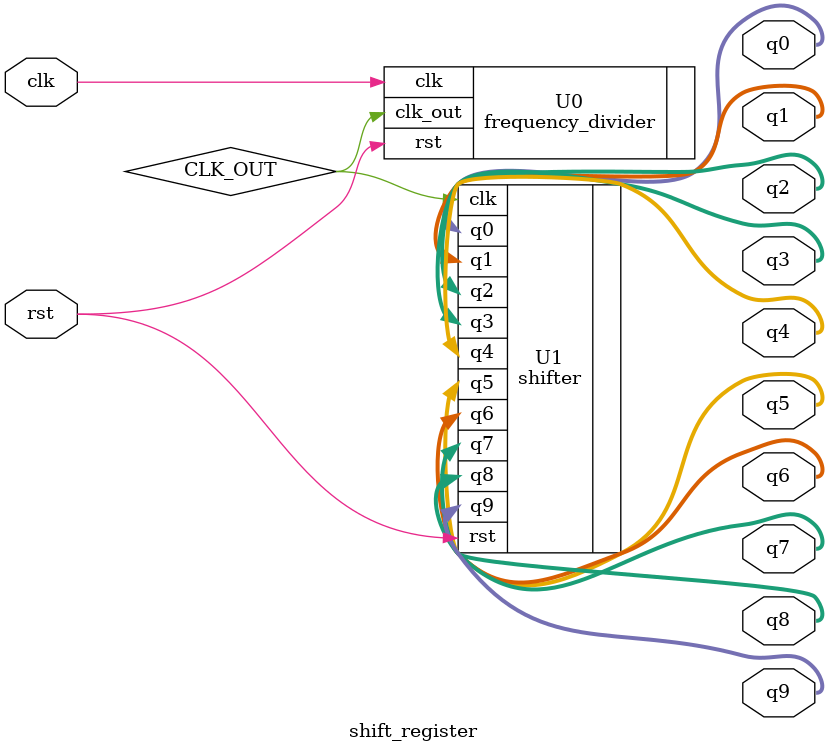
<source format=v>
`timescale 1ns / 1ps


`define SHIFTER_WIDTH 10
`define REG_SIZE 8

module shift_register(
    q0, q1, q2, q3, q4, q5, q6, q7, q8, q9,
    clk,
    rst
    );
    
    output [`REG_SIZE-1:0]q0;
    output [`REG_SIZE-1:0]q1;
    output [`REG_SIZE-1:0]q2;
    output [`REG_SIZE-1:0]q3;
    output [`REG_SIZE-1:0]q4;
    output [`REG_SIZE-1:0]q5;
    output [`REG_SIZE-1:0]q6;
    output [`REG_SIZE-1:0]q7;
    output [`REG_SIZE-1:0]q8;
    output [`REG_SIZE-1:0]q9;
    input clk;
    input rst;
    
    wire [`REG_SIZE-1:0]q0;
    wire [`REG_SIZE-1:0]q1;
    wire [`REG_SIZE-1:0]q2;
    wire [`REG_SIZE-1:0]q3;
    wire [`REG_SIZE-1:0]q4;
    wire [`REG_SIZE-1:0]q5;
    wire [`REG_SIZE-1:0]q6;
    wire [`REG_SIZE-1:0]q7;
    wire [`REG_SIZE-1:0]q8;
    wire [`REG_SIZE-1:0]q9;
    wire CLK_OUT;
    
    frequency_divider U0(.clk(clk), .rst(rst), .clk_out(CLK_OUT));
    shifter U1(.clk(CLK_OUT), .rst(rst), .q0(q0), .q1(q1), .q2(q2), .q3(q3), .q4(q4), .q5(q5), .q6(q6), .q7(q7), .q8(q8), .q9(q9));
endmodule

</source>
